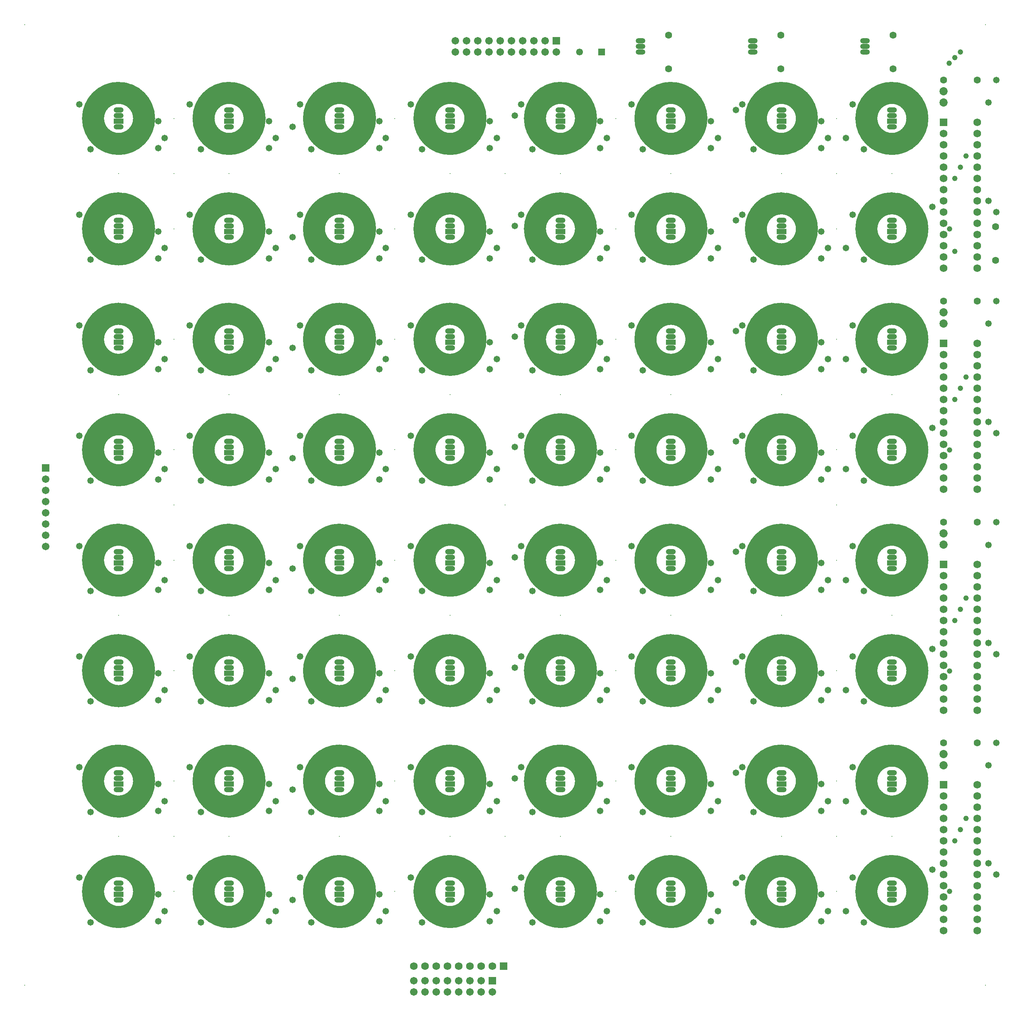
<source format=gbs>
%FSAX24Y24*%
%MOIN*%
G70*
G01*
G75*
G04 Layer_Color=16711935*
%ADD10R,0.2000X0.0700*%
G04:AMPARAMS|DCode=11|XSize=200mil|YSize=70mil|CornerRadius=17.5mil|HoleSize=0mil|Usage=FLASHONLY|Rotation=0.000|XOffset=0mil|YOffset=0mil|HoleType=Round|Shape=RoundedRectangle|*
%AMROUNDEDRECTD11*
21,1,0.2000,0.0350,0,0,0.0*
21,1,0.1650,0.0700,0,0,0.0*
1,1,0.0350,0.0825,-0.0175*
1,1,0.0350,-0.0825,-0.0175*
1,1,0.0350,-0.0825,0.0175*
1,1,0.0350,0.0825,0.0175*
%
%ADD11ROUNDEDRECTD11*%
%ADD12C,0.0500*%
%ADD13C,0.0300*%
%ADD14C,0.0200*%
%ADD15C,0.0650*%
%ADD16C,0.0551*%
%ADD17C,0.0600*%
%ADD18R,0.0600X0.0600*%
%ADD19C,0.0591*%
%ADD20R,0.0591X0.0591*%
%ADD21R,0.0600X0.0600*%
%ADD22O,0.0787X0.0394*%
%ADD23O,0.0787X0.0394*%
%ADD24R,0.0591X0.0591*%
%ADD25C,0.0500*%
%ADD26O,0.0800X0.0400*%
%ADD27R,0.0800X0.0400*%
%ADD28R,0.0532X0.0532*%
%ADD29C,0.0532*%
%ADD30C,0.0400*%
%ADD31R,0.0098X0.0098*%
%ADD32C,0.0100*%
%ADD33C,0.0079*%
%ADD34C,0.0118*%
%ADD35C,0.0197*%
%ADD36C,0.0080*%
%ADD37C,0.0059*%
%ADD38R,0.2080X0.0780*%
G04:AMPARAMS|DCode=39|XSize=208mil|YSize=78mil|CornerRadius=19.5mil|HoleSize=0mil|Usage=FLASHONLY|Rotation=0.000|XOffset=0mil|YOffset=0mil|HoleType=Round|Shape=RoundedRectangle|*
%AMROUNDEDRECTD39*
21,1,0.2080,0.0390,0,0,0.0*
21,1,0.1690,0.0780,0,0,0.0*
1,1,0.0390,0.0845,-0.0195*
1,1,0.0390,-0.0845,-0.0195*
1,1,0.0390,-0.0845,0.0195*
1,1,0.0390,0.0845,0.0195*
%
%ADD39ROUNDEDRECTD39*%
%ADD40C,0.0730*%
%ADD41C,0.0631*%
%ADD42C,0.0680*%
%ADD43R,0.0680X0.0680*%
%ADD44C,0.0671*%
%ADD45R,0.0671X0.0671*%
%ADD46R,0.0680X0.0680*%
%ADD47O,0.0867X0.0474*%
%ADD48O,0.0867X0.0474*%
%ADD49R,0.0671X0.0671*%
%ADD50C,0.0080*%
%ADD51C,0.0580*%
%ADD52O,0.0880X0.0480*%
%ADD53R,0.0880X0.0480*%
%ADD54R,0.0612X0.0612*%
%ADD55C,0.0612*%
%ADD56C,0.0480*%
%ADD57C,0.1950*%
D31*
X024950Y037250D02*
D03*
X034793D02*
D03*
X044635D02*
D03*
X054478D02*
D03*
X064320D02*
D03*
X074163D02*
D03*
X084005D02*
D03*
X093848D02*
D03*
X024950Y047093D02*
D03*
X034793D02*
D03*
X044635D02*
D03*
X054478D02*
D03*
X064320D02*
D03*
X074163D02*
D03*
X084005D02*
D03*
X093848D02*
D03*
X024950Y056935D02*
D03*
X034793D02*
D03*
X044635D02*
D03*
X054478D02*
D03*
X064320D02*
D03*
X074163D02*
D03*
X084005D02*
D03*
X093848D02*
D03*
X024950Y066778D02*
D03*
X034793D02*
D03*
X044635D02*
D03*
X054478D02*
D03*
X064320D02*
D03*
X074163D02*
D03*
X084005D02*
D03*
X093848D02*
D03*
X024950Y076620D02*
D03*
X034793D02*
D03*
X044635D02*
D03*
X054478D02*
D03*
X064320D02*
D03*
X074163D02*
D03*
X084005D02*
D03*
X093848D02*
D03*
X024950Y086463D02*
D03*
X034793D02*
D03*
X044635D02*
D03*
X054478D02*
D03*
X064320D02*
D03*
X074163D02*
D03*
X084005D02*
D03*
X093848D02*
D03*
X024950Y096305D02*
D03*
X034793D02*
D03*
X044635D02*
D03*
X054478D02*
D03*
X064320D02*
D03*
X074163D02*
D03*
X084005D02*
D03*
X093848D02*
D03*
X024950Y106148D02*
D03*
X034793D02*
D03*
X044635D02*
D03*
X054478D02*
D03*
X064320D02*
D03*
X074163D02*
D03*
X084005D02*
D03*
X093848D02*
D03*
D40*
X101500Y048500D02*
D03*
Y049500D02*
D03*
Y068150D02*
D03*
Y069150D02*
D03*
Y087850D02*
D03*
Y088850D02*
D03*
Y107550D02*
D03*
Y108550D02*
D03*
D41*
X106150Y096500D02*
D03*
Y093500D02*
D03*
X104500Y109550D02*
D03*
X101500D02*
D03*
X104500Y089850D02*
D03*
X101500D02*
D03*
X104500Y070150D02*
D03*
X101500D02*
D03*
X104500Y050500D02*
D03*
X101500D02*
D03*
X097000Y113550D02*
D03*
Y110550D02*
D03*
X087000Y113550D02*
D03*
Y110550D02*
D03*
X077000Y113550D02*
D03*
Y110550D02*
D03*
D42*
X054300Y030600D02*
D03*
X055300D02*
D03*
X056300D02*
D03*
X057300D02*
D03*
X058300D02*
D03*
X059300D02*
D03*
X060300D02*
D03*
X061300D02*
D03*
X101500Y104800D02*
D03*
Y103800D02*
D03*
Y102800D02*
D03*
Y101800D02*
D03*
Y100800D02*
D03*
Y099800D02*
D03*
Y098800D02*
D03*
Y097800D02*
D03*
Y096800D02*
D03*
Y095800D02*
D03*
Y094800D02*
D03*
Y093800D02*
D03*
Y092800D02*
D03*
X104500Y105800D02*
D03*
Y104800D02*
D03*
Y103800D02*
D03*
Y102800D02*
D03*
Y101800D02*
D03*
Y100800D02*
D03*
Y099800D02*
D03*
Y098800D02*
D03*
Y097800D02*
D03*
Y096800D02*
D03*
Y095800D02*
D03*
Y094800D02*
D03*
Y093800D02*
D03*
Y092800D02*
D03*
X101500Y085100D02*
D03*
Y084100D02*
D03*
Y083100D02*
D03*
Y082100D02*
D03*
Y081100D02*
D03*
Y080100D02*
D03*
Y079100D02*
D03*
Y078100D02*
D03*
Y077100D02*
D03*
Y076100D02*
D03*
Y075100D02*
D03*
Y074100D02*
D03*
Y073100D02*
D03*
X104500Y086100D02*
D03*
Y085100D02*
D03*
Y084100D02*
D03*
Y083100D02*
D03*
Y082100D02*
D03*
Y081100D02*
D03*
Y080100D02*
D03*
Y079100D02*
D03*
Y078100D02*
D03*
Y077100D02*
D03*
Y076100D02*
D03*
Y075100D02*
D03*
Y074100D02*
D03*
Y073100D02*
D03*
X101500Y065400D02*
D03*
Y064400D02*
D03*
Y063400D02*
D03*
Y062400D02*
D03*
Y061400D02*
D03*
Y060400D02*
D03*
Y059400D02*
D03*
Y058400D02*
D03*
Y057400D02*
D03*
Y056400D02*
D03*
Y055400D02*
D03*
Y054400D02*
D03*
Y053400D02*
D03*
X104500Y066400D02*
D03*
Y065400D02*
D03*
Y064400D02*
D03*
Y063400D02*
D03*
Y062400D02*
D03*
Y061400D02*
D03*
Y060400D02*
D03*
Y059400D02*
D03*
Y058400D02*
D03*
Y057400D02*
D03*
Y056400D02*
D03*
Y055400D02*
D03*
Y054400D02*
D03*
Y053400D02*
D03*
X101500Y045750D02*
D03*
Y044750D02*
D03*
Y043750D02*
D03*
Y042750D02*
D03*
Y041750D02*
D03*
Y040750D02*
D03*
Y039750D02*
D03*
Y038750D02*
D03*
Y037750D02*
D03*
Y036750D02*
D03*
Y035750D02*
D03*
Y034750D02*
D03*
Y033750D02*
D03*
X104500Y046750D02*
D03*
Y045750D02*
D03*
Y044750D02*
D03*
Y043750D02*
D03*
Y042750D02*
D03*
Y041750D02*
D03*
Y040750D02*
D03*
Y039750D02*
D03*
Y038750D02*
D03*
Y037750D02*
D03*
Y036750D02*
D03*
Y035750D02*
D03*
Y034750D02*
D03*
Y033750D02*
D03*
D43*
X062300Y030600D02*
D03*
D44*
X021500Y068000D02*
D03*
Y069000D02*
D03*
Y070000D02*
D03*
Y071000D02*
D03*
Y072000D02*
D03*
Y073000D02*
D03*
Y074000D02*
D03*
X066000Y113050D02*
D03*
X065000D02*
D03*
X064000D02*
D03*
X063000D02*
D03*
X062000D02*
D03*
X061000D02*
D03*
X060000D02*
D03*
X059000D02*
D03*
X058000D02*
D03*
X067000Y112050D02*
D03*
X066000D02*
D03*
X065000D02*
D03*
X064000D02*
D03*
X063000D02*
D03*
X062000D02*
D03*
X061000D02*
D03*
X060000D02*
D03*
X059000D02*
D03*
X058000D02*
D03*
X060300Y029300D02*
D03*
X059300D02*
D03*
X058300D02*
D03*
X057300D02*
D03*
X056300D02*
D03*
X055300D02*
D03*
X054300D02*
D03*
X061300Y028300D02*
D03*
X060300D02*
D03*
X059300D02*
D03*
X058300D02*
D03*
X057300D02*
D03*
X056300D02*
D03*
X055300D02*
D03*
X054300D02*
D03*
D45*
X021500Y075000D02*
D03*
D46*
X101500Y105800D02*
D03*
Y086100D02*
D03*
Y066400D02*
D03*
Y046750D02*
D03*
D47*
X094500Y113050D02*
D03*
Y112050D02*
D03*
X084500Y113050D02*
D03*
Y112050D02*
D03*
X074500Y113050D02*
D03*
Y112050D02*
D03*
D48*
X094500Y112550D02*
D03*
X084500D02*
D03*
X074500D02*
D03*
D49*
X067000Y113050D02*
D03*
X061300Y029300D02*
D03*
D50*
X032921Y037250D02*
D03*
X091976D02*
D03*
X072291D02*
D03*
X052606D02*
D03*
X091976Y047093D02*
D03*
X072291D02*
D03*
X052606D02*
D03*
X032921D02*
D03*
X091976Y056935D02*
D03*
X072291D02*
D03*
X052606D02*
D03*
X032921D02*
D03*
X091976Y066778D02*
D03*
X072291D02*
D03*
X052606D02*
D03*
X032921D02*
D03*
X091976Y076620D02*
D03*
X072291D02*
D03*
X052606D02*
D03*
X032921D02*
D03*
X091976Y086463D02*
D03*
X072291D02*
D03*
X052606D02*
D03*
X032921D02*
D03*
X091976Y096305D02*
D03*
X072291D02*
D03*
X052606D02*
D03*
X032921D02*
D03*
X091976Y106148D02*
D03*
X072291D02*
D03*
X052606D02*
D03*
X032921D02*
D03*
X096898Y042171D02*
D03*
X077213D02*
D03*
X057528D02*
D03*
X037843D02*
D03*
X047685Y042170D02*
D03*
X067370D02*
D03*
X087055D02*
D03*
X096898Y061856D02*
D03*
X077213D02*
D03*
X057528D02*
D03*
X047685D02*
D03*
X037843D02*
D03*
X028000D02*
D03*
X067370Y061855D02*
D03*
X087055D02*
D03*
X096898Y081541D02*
D03*
X077213D02*
D03*
X057528D02*
D03*
X047685D02*
D03*
X037843D02*
D03*
X028000D02*
D03*
X067370Y081540D02*
D03*
X087055D02*
D03*
X096898Y101226D02*
D03*
X077213D02*
D03*
X057528D02*
D03*
X047685D02*
D03*
X037843D02*
D03*
X028000D02*
D03*
X067370Y101225D02*
D03*
X087055D02*
D03*
X028000Y042171D02*
D03*
X032921D02*
D03*
X091976D02*
D03*
X062449D02*
D03*
X091976Y071699D02*
D03*
X062449D02*
D03*
X032921D02*
D03*
X091976Y101226D02*
D03*
X062449D02*
D03*
X032921D02*
D03*
X019649Y028899D02*
D03*
X105249D02*
D03*
Y114499D02*
D03*
X019649D02*
D03*
D51*
X025500Y034500D02*
D03*
X035343D02*
D03*
X045185D02*
D03*
X055028D02*
D03*
X064870D02*
D03*
X074713D02*
D03*
X084555D02*
D03*
X094398D02*
D03*
X025500Y044343D02*
D03*
X035343D02*
D03*
X045185D02*
D03*
X055028D02*
D03*
X064870D02*
D03*
X074713D02*
D03*
X084555D02*
D03*
X094398D02*
D03*
X025500Y054185D02*
D03*
X035343D02*
D03*
X045185D02*
D03*
X055028D02*
D03*
X064870D02*
D03*
X074713D02*
D03*
X084555D02*
D03*
X094398D02*
D03*
X025500Y064028D02*
D03*
X035343D02*
D03*
X045185D02*
D03*
X055028D02*
D03*
X064870D02*
D03*
X074713D02*
D03*
X084555D02*
D03*
X094398D02*
D03*
X025500Y073870D02*
D03*
X035343D02*
D03*
X045185D02*
D03*
X055028D02*
D03*
X064870D02*
D03*
X074713D02*
D03*
X084555D02*
D03*
X094398D02*
D03*
X025500Y083713D02*
D03*
X035343D02*
D03*
X045185D02*
D03*
X055028D02*
D03*
X064870D02*
D03*
X074713D02*
D03*
X084555D02*
D03*
X094398D02*
D03*
X025500Y093555D02*
D03*
X035343D02*
D03*
X045185D02*
D03*
X055028D02*
D03*
X064870D02*
D03*
X074713D02*
D03*
X084555D02*
D03*
X094398D02*
D03*
X025500Y103398D02*
D03*
X035343D02*
D03*
X045185D02*
D03*
X055028D02*
D03*
X064870D02*
D03*
X074713D02*
D03*
X084555D02*
D03*
X094398D02*
D03*
X061072Y037000D02*
D03*
X100500Y058850D02*
D03*
Y039200D02*
D03*
Y078550D02*
D03*
Y098250D02*
D03*
X106200Y050500D02*
D03*
Y038750D02*
D03*
X105500Y059400D02*
D03*
X106200Y070150D02*
D03*
Y058400D02*
D03*
Y089850D02*
D03*
Y078100D02*
D03*
Y097800D02*
D03*
Y109550D02*
D03*
X105500Y039750D02*
D03*
Y048500D02*
D03*
Y068140D02*
D03*
Y079100D02*
D03*
Y087850D02*
D03*
Y107550D02*
D03*
Y098800D02*
D03*
X083000Y038000D02*
D03*
Y047843D02*
D03*
Y057685D02*
D03*
Y067528D02*
D03*
Y077370D02*
D03*
Y087213D02*
D03*
Y097055D02*
D03*
Y106898D02*
D03*
X063309Y037500D02*
D03*
Y047343D02*
D03*
Y057185D02*
D03*
Y067028D02*
D03*
Y076870D02*
D03*
Y086713D02*
D03*
Y096555D02*
D03*
Y106398D02*
D03*
X043500Y105398D02*
D03*
Y095555D02*
D03*
Y085713D02*
D03*
Y075870D02*
D03*
Y066028D02*
D03*
Y056185D02*
D03*
Y046343D02*
D03*
Y036500D02*
D03*
X092800Y035500D02*
D03*
Y045300D02*
D03*
Y055200D02*
D03*
Y065000D02*
D03*
Y074900D02*
D03*
Y084700D02*
D03*
Y094600D02*
D03*
Y104400D02*
D03*
X071500Y094600D02*
D03*
Y084700D02*
D03*
Y065000D02*
D03*
Y055200D02*
D03*
Y104400D02*
D03*
Y074900D02*
D03*
Y045300D02*
D03*
Y035500D02*
D03*
X042000D02*
D03*
X051796D02*
D03*
Y055200D02*
D03*
X091200Y035500D02*
D03*
Y104400D02*
D03*
Y094600D02*
D03*
Y084700D02*
D03*
Y074900D02*
D03*
Y065000D02*
D03*
Y055200D02*
D03*
Y045300D02*
D03*
X081400Y035500D02*
D03*
Y104400D02*
D03*
Y094600D02*
D03*
Y084700D02*
D03*
Y074900D02*
D03*
Y065000D02*
D03*
Y055200D02*
D03*
Y045300D02*
D03*
X061700Y035500D02*
D03*
Y104400D02*
D03*
Y094600D02*
D03*
Y084700D02*
D03*
Y074900D02*
D03*
Y065000D02*
D03*
Y055200D02*
D03*
Y045300D02*
D03*
X051800Y104400D02*
D03*
Y094600D02*
D03*
Y084700D02*
D03*
Y074900D02*
D03*
Y065000D02*
D03*
Y045300D02*
D03*
X042000Y104400D02*
D03*
Y094600D02*
D03*
Y084700D02*
D03*
Y074900D02*
D03*
Y065000D02*
D03*
Y055200D02*
D03*
Y045300D02*
D03*
X032100D02*
D03*
Y055200D02*
D03*
Y065000D02*
D03*
Y074900D02*
D03*
Y084700D02*
D03*
Y094600D02*
D03*
Y104400D02*
D03*
Y035500D02*
D03*
X024500Y038500D02*
D03*
X034343D02*
D03*
X044185D02*
D03*
X054028D02*
D03*
X063870D02*
D03*
X073713D02*
D03*
X083555D02*
D03*
X093398D02*
D03*
X024500Y048343D02*
D03*
X034343D02*
D03*
X044185D02*
D03*
X054028D02*
D03*
X063870D02*
D03*
X073713D02*
D03*
X083555D02*
D03*
X093398D02*
D03*
X024500Y058185D02*
D03*
X034343D02*
D03*
X044185D02*
D03*
X054028D02*
D03*
X063870D02*
D03*
X073713D02*
D03*
X083555D02*
D03*
X093398D02*
D03*
X024500Y068028D02*
D03*
X034343D02*
D03*
X044185D02*
D03*
X054028D02*
D03*
X063870D02*
D03*
X073713D02*
D03*
X083555D02*
D03*
X093398D02*
D03*
X024500Y077870D02*
D03*
X034343D02*
D03*
X044185D02*
D03*
X054028D02*
D03*
X063870D02*
D03*
X073713D02*
D03*
X083555D02*
D03*
X093398D02*
D03*
X024500Y087713D02*
D03*
X034343D02*
D03*
X044185D02*
D03*
X054028D02*
D03*
X063870D02*
D03*
X073713D02*
D03*
X083555D02*
D03*
X093398D02*
D03*
X024500Y097555D02*
D03*
X034343D02*
D03*
X044185D02*
D03*
X054028D02*
D03*
X063870D02*
D03*
X073713D02*
D03*
X083555D02*
D03*
X093398D02*
D03*
X024500Y107398D02*
D03*
X034343D02*
D03*
X044185D02*
D03*
X054028D02*
D03*
X063870D02*
D03*
X073713D02*
D03*
X083555D02*
D03*
X093398D02*
D03*
X090600Y105898D02*
D03*
Y103500D02*
D03*
X080757D02*
D03*
Y105898D02*
D03*
X070915Y103500D02*
D03*
Y105898D02*
D03*
X061072Y103500D02*
D03*
Y105898D02*
D03*
X051230Y103500D02*
D03*
Y105898D02*
D03*
X041387Y103500D02*
D03*
Y105898D02*
D03*
X031545Y103500D02*
D03*
Y105898D02*
D03*
Y093658D02*
D03*
Y096055D02*
D03*
X041387Y093658D02*
D03*
Y096055D02*
D03*
X051230Y093658D02*
D03*
Y096055D02*
D03*
X061072Y093658D02*
D03*
Y096055D02*
D03*
X070915Y093658D02*
D03*
Y096055D02*
D03*
X080757Y093658D02*
D03*
Y096055D02*
D03*
X090600Y093658D02*
D03*
Y096055D02*
D03*
Y083815D02*
D03*
Y086213D02*
D03*
X080757Y083815D02*
D03*
Y086213D02*
D03*
X070915Y083815D02*
D03*
Y086213D02*
D03*
X061072Y083815D02*
D03*
Y086213D02*
D03*
X051230Y083815D02*
D03*
Y086213D02*
D03*
X041387Y083815D02*
D03*
Y086213D02*
D03*
X031545Y083815D02*
D03*
Y086213D02*
D03*
Y073972D02*
D03*
Y076370D02*
D03*
X041387Y073972D02*
D03*
Y076370D02*
D03*
X051230Y073972D02*
D03*
Y076370D02*
D03*
X061072Y073972D02*
D03*
Y076370D02*
D03*
X070915Y073972D02*
D03*
Y076370D02*
D03*
X080757Y073972D02*
D03*
Y076370D02*
D03*
X090600Y073972D02*
D03*
Y076370D02*
D03*
Y064130D02*
D03*
Y066528D02*
D03*
X080757Y064130D02*
D03*
Y066528D02*
D03*
X070915Y064130D02*
D03*
Y066528D02*
D03*
X061072Y064130D02*
D03*
Y066528D02*
D03*
X051230Y064130D02*
D03*
Y066528D02*
D03*
X041387Y064130D02*
D03*
Y066528D02*
D03*
X031545Y064130D02*
D03*
Y066528D02*
D03*
Y054287D02*
D03*
Y056685D02*
D03*
X041387Y054287D02*
D03*
Y056685D02*
D03*
X051230Y054287D02*
D03*
Y056685D02*
D03*
X061072Y054287D02*
D03*
Y056685D02*
D03*
X070915Y054287D02*
D03*
Y056685D02*
D03*
X080757Y054287D02*
D03*
Y056685D02*
D03*
X090600Y054287D02*
D03*
Y056685D02*
D03*
Y044445D02*
D03*
Y046843D02*
D03*
X080757Y044445D02*
D03*
Y046843D02*
D03*
X070915Y044445D02*
D03*
Y046843D02*
D03*
X061072D02*
D03*
Y044445D02*
D03*
X051230Y046843D02*
D03*
Y044445D02*
D03*
X041387Y046843D02*
D03*
Y044445D02*
D03*
X031545Y046843D02*
D03*
Y044445D02*
D03*
Y037000D02*
D03*
Y034602D02*
D03*
X041387Y037000D02*
D03*
Y034602D02*
D03*
X051230D02*
D03*
X061072D02*
D03*
X070915Y037000D02*
D03*
Y034602D02*
D03*
X080757Y037000D02*
D03*
Y034602D02*
D03*
X090600Y037000D02*
D03*
Y034602D02*
D03*
X051230Y037000D02*
D03*
D52*
X028000Y036500D02*
D03*
Y037500D02*
D03*
Y038000D02*
D03*
X037843D02*
D03*
Y037500D02*
D03*
Y036500D02*
D03*
X047685D02*
D03*
Y037500D02*
D03*
Y038000D02*
D03*
X057528D02*
D03*
Y037500D02*
D03*
Y036500D02*
D03*
X067370D02*
D03*
Y037500D02*
D03*
Y038000D02*
D03*
X077213D02*
D03*
Y037500D02*
D03*
Y036500D02*
D03*
X087055D02*
D03*
Y037500D02*
D03*
Y038000D02*
D03*
X096898D02*
D03*
Y037500D02*
D03*
Y036500D02*
D03*
X028000Y046343D02*
D03*
Y047343D02*
D03*
Y047843D02*
D03*
X037843D02*
D03*
Y047343D02*
D03*
Y046343D02*
D03*
X047685D02*
D03*
Y047343D02*
D03*
Y047843D02*
D03*
X057528D02*
D03*
Y047343D02*
D03*
Y046343D02*
D03*
X067370D02*
D03*
Y047343D02*
D03*
Y047843D02*
D03*
X077213D02*
D03*
Y047343D02*
D03*
Y046343D02*
D03*
X087055D02*
D03*
Y047343D02*
D03*
Y047843D02*
D03*
X096898D02*
D03*
Y047343D02*
D03*
Y046343D02*
D03*
X028000Y056185D02*
D03*
Y057185D02*
D03*
Y057685D02*
D03*
X037843D02*
D03*
Y057185D02*
D03*
Y056185D02*
D03*
X047685D02*
D03*
Y057185D02*
D03*
Y057685D02*
D03*
X057528D02*
D03*
Y057185D02*
D03*
Y056185D02*
D03*
X067370D02*
D03*
Y057185D02*
D03*
Y057685D02*
D03*
X077213D02*
D03*
Y057185D02*
D03*
Y056185D02*
D03*
X087055D02*
D03*
Y057185D02*
D03*
Y057685D02*
D03*
X096898D02*
D03*
Y057185D02*
D03*
Y056185D02*
D03*
X028000Y066028D02*
D03*
Y067028D02*
D03*
Y067528D02*
D03*
X037843D02*
D03*
Y067028D02*
D03*
Y066028D02*
D03*
X047685D02*
D03*
Y067028D02*
D03*
Y067528D02*
D03*
X057528D02*
D03*
Y067028D02*
D03*
Y066028D02*
D03*
X067370D02*
D03*
Y067028D02*
D03*
Y067528D02*
D03*
X077213D02*
D03*
Y067028D02*
D03*
Y066028D02*
D03*
X087055D02*
D03*
Y067028D02*
D03*
Y067528D02*
D03*
X096898D02*
D03*
Y067028D02*
D03*
Y066028D02*
D03*
X028000Y075870D02*
D03*
Y076870D02*
D03*
Y077370D02*
D03*
X037843D02*
D03*
Y076870D02*
D03*
Y075870D02*
D03*
X047685D02*
D03*
Y076870D02*
D03*
Y077370D02*
D03*
X057528D02*
D03*
Y076870D02*
D03*
Y075870D02*
D03*
X067370D02*
D03*
Y076870D02*
D03*
Y077370D02*
D03*
X077213D02*
D03*
Y076870D02*
D03*
Y075870D02*
D03*
X087055D02*
D03*
Y076870D02*
D03*
Y077370D02*
D03*
X096898D02*
D03*
Y076870D02*
D03*
Y075870D02*
D03*
X028000Y085713D02*
D03*
Y086713D02*
D03*
Y087213D02*
D03*
X037843D02*
D03*
Y086713D02*
D03*
Y085713D02*
D03*
X047685D02*
D03*
Y086713D02*
D03*
Y087213D02*
D03*
X057528D02*
D03*
Y086713D02*
D03*
Y085713D02*
D03*
X067370D02*
D03*
Y086713D02*
D03*
Y087213D02*
D03*
X077213D02*
D03*
Y086713D02*
D03*
Y085713D02*
D03*
X087055D02*
D03*
Y086713D02*
D03*
Y087213D02*
D03*
X096898D02*
D03*
Y086713D02*
D03*
Y085713D02*
D03*
X028000Y095555D02*
D03*
Y096555D02*
D03*
Y097055D02*
D03*
X037843D02*
D03*
Y096555D02*
D03*
Y095555D02*
D03*
X047685D02*
D03*
Y096555D02*
D03*
Y097055D02*
D03*
X057528D02*
D03*
Y096555D02*
D03*
Y095555D02*
D03*
X067370D02*
D03*
Y096555D02*
D03*
Y097055D02*
D03*
X077213D02*
D03*
Y096555D02*
D03*
Y095555D02*
D03*
X087055D02*
D03*
Y096555D02*
D03*
Y097055D02*
D03*
X096898D02*
D03*
Y096555D02*
D03*
Y095555D02*
D03*
X028000Y105398D02*
D03*
Y106398D02*
D03*
Y106898D02*
D03*
X037843D02*
D03*
Y106398D02*
D03*
Y105398D02*
D03*
X047685D02*
D03*
Y106398D02*
D03*
Y106898D02*
D03*
X057528D02*
D03*
Y106398D02*
D03*
Y105398D02*
D03*
X067370D02*
D03*
Y106398D02*
D03*
Y106898D02*
D03*
X077213D02*
D03*
Y106398D02*
D03*
Y105398D02*
D03*
X087055D02*
D03*
Y106398D02*
D03*
Y106898D02*
D03*
X096898D02*
D03*
Y106398D02*
D03*
Y105398D02*
D03*
D53*
X028000Y037000D02*
D03*
X037843D02*
D03*
X047685D02*
D03*
X057528D02*
D03*
X067370D02*
D03*
X077213D02*
D03*
X087055D02*
D03*
X096898D02*
D03*
X028000Y046843D02*
D03*
X037843D02*
D03*
X047685D02*
D03*
X057528D02*
D03*
X067370D02*
D03*
X077213D02*
D03*
X087055D02*
D03*
X096898D02*
D03*
X028000Y056685D02*
D03*
X037843D02*
D03*
X047685D02*
D03*
X057528D02*
D03*
X067370D02*
D03*
X077213D02*
D03*
X087055D02*
D03*
X096898D02*
D03*
X028000Y066528D02*
D03*
X037843D02*
D03*
X047685D02*
D03*
X057528D02*
D03*
X067370D02*
D03*
X077213D02*
D03*
X087055D02*
D03*
X096898D02*
D03*
X028000Y076370D02*
D03*
X037843D02*
D03*
X047685D02*
D03*
X057528D02*
D03*
X067370D02*
D03*
X077213D02*
D03*
X087055D02*
D03*
X096898D02*
D03*
X028000Y086213D02*
D03*
X037843D02*
D03*
X047685D02*
D03*
X057528D02*
D03*
X067370D02*
D03*
X077213D02*
D03*
X087055D02*
D03*
X096898D02*
D03*
X028000Y096055D02*
D03*
X037843D02*
D03*
X047685D02*
D03*
X057528D02*
D03*
X067370D02*
D03*
X077213D02*
D03*
X087055D02*
D03*
X096898D02*
D03*
X028000Y105898D02*
D03*
X037843D02*
D03*
X047685D02*
D03*
X057528D02*
D03*
X067370D02*
D03*
X077213D02*
D03*
X087055D02*
D03*
X096898D02*
D03*
D54*
X071034Y112050D02*
D03*
D55*
X069066Y112050D02*
D03*
D56*
X102500Y094300D02*
D03*
X103500Y043750D02*
D03*
X102025Y037250D02*
D03*
X103000Y042750D02*
D03*
X102500Y041750D02*
D03*
X103500Y063400D02*
D03*
X102025Y056900D02*
D03*
X103000Y062400D02*
D03*
X102500Y061400D02*
D03*
X103500Y083100D02*
D03*
X102025Y076600D02*
D03*
X103000Y082100D02*
D03*
X102500Y081100D02*
D03*
X103500Y102800D02*
D03*
X102025Y096300D02*
D03*
X103000Y101800D02*
D03*
X102500Y100800D02*
D03*
X102000Y111050D02*
D03*
X102500Y111550D02*
D03*
X103000Y112050D02*
D03*
D57*
X030275Y037250D02*
G03*
X030275Y037250I-002275J000000D01*
G01*
X040118D02*
G03*
X040118Y037250I-002275J000000D01*
G01*
X049960D02*
G03*
X049960Y037250I-002275J000000D01*
G01*
X059803D02*
G03*
X059803Y037250I-002275J000000D01*
G01*
X069645D02*
G03*
X069645Y037250I-002275J000000D01*
G01*
X079488D02*
G03*
X079488Y037250I-002275J000000D01*
G01*
X089330D02*
G03*
X089330Y037250I-002275J000000D01*
G01*
X099173D02*
G03*
X099173Y037250I-002275J000000D01*
G01*
X030275Y047093D02*
G03*
X030275Y047093I-002275J000000D01*
G01*
X040118D02*
G03*
X040118Y047093I-002275J000000D01*
G01*
X049960D02*
G03*
X049960Y047093I-002275J000000D01*
G01*
X059803D02*
G03*
X059803Y047093I-002275J000000D01*
G01*
X069645D02*
G03*
X069645Y047093I-002275J000000D01*
G01*
X079488D02*
G03*
X079488Y047093I-002275J000000D01*
G01*
X089330D02*
G03*
X089330Y047093I-002275J000000D01*
G01*
X099173D02*
G03*
X099173Y047093I-002275J000000D01*
G01*
X030275Y056935D02*
G03*
X030275Y056935I-002275J000000D01*
G01*
X040118D02*
G03*
X040118Y056935I-002275J000000D01*
G01*
X049960D02*
G03*
X049960Y056935I-002275J000000D01*
G01*
X059803D02*
G03*
X059803Y056935I-002275J000000D01*
G01*
X069645D02*
G03*
X069645Y056935I-002275J000000D01*
G01*
X079488D02*
G03*
X079488Y056935I-002275J000000D01*
G01*
X089330D02*
G03*
X089330Y056935I-002275J000000D01*
G01*
X099173D02*
G03*
X099173Y056935I-002275J000000D01*
G01*
X030275Y066778D02*
G03*
X030275Y066778I-002275J000000D01*
G01*
X040118D02*
G03*
X040118Y066778I-002275J000000D01*
G01*
X049960D02*
G03*
X049960Y066778I-002275J000000D01*
G01*
X059803D02*
G03*
X059803Y066778I-002275J000000D01*
G01*
X069645D02*
G03*
X069645Y066778I-002275J000000D01*
G01*
X079488D02*
G03*
X079488Y066778I-002275J000000D01*
G01*
X089330D02*
G03*
X089330Y066778I-002275J000000D01*
G01*
X099173D02*
G03*
X099173Y066778I-002275J000000D01*
G01*
X030275Y076620D02*
G03*
X030275Y076620I-002275J000000D01*
G01*
X040118D02*
G03*
X040118Y076620I-002275J000000D01*
G01*
X049960D02*
G03*
X049960Y076620I-002275J000000D01*
G01*
X059803D02*
G03*
X059803Y076620I-002275J000000D01*
G01*
X069645D02*
G03*
X069645Y076620I-002275J000000D01*
G01*
X079488D02*
G03*
X079488Y076620I-002275J000000D01*
G01*
X089330D02*
G03*
X089330Y076620I-002275J000000D01*
G01*
X099173D02*
G03*
X099173Y076620I-002275J000000D01*
G01*
X030275Y086463D02*
G03*
X030275Y086463I-002275J000000D01*
G01*
X040118D02*
G03*
X040118Y086463I-002275J000000D01*
G01*
X049960D02*
G03*
X049960Y086463I-002275J000000D01*
G01*
X059803D02*
G03*
X059803Y086463I-002275J000000D01*
G01*
X069645D02*
G03*
X069645Y086463I-002275J000000D01*
G01*
X079488D02*
G03*
X079488Y086463I-002275J000000D01*
G01*
X089330D02*
G03*
X089330Y086463I-002275J000000D01*
G01*
X099173D02*
G03*
X099173Y086463I-002275J000000D01*
G01*
X030275Y096305D02*
G03*
X030275Y096305I-002275J000000D01*
G01*
X040118D02*
G03*
X040118Y096305I-002275J000000D01*
G01*
X049960D02*
G03*
X049960Y096305I-002275J000000D01*
G01*
X059803D02*
G03*
X059803Y096305I-002275J000000D01*
G01*
X069645D02*
G03*
X069645Y096305I-002275J000000D01*
G01*
X079488D02*
G03*
X079488Y096305I-002275J000000D01*
G01*
X089330D02*
G03*
X089330Y096305I-002275J000000D01*
G01*
X099173D02*
G03*
X099173Y096305I-002275J000000D01*
G01*
X030275Y106148D02*
G03*
X030275Y106148I-002275J000000D01*
G01*
X040118D02*
G03*
X040118Y106148I-002275J000000D01*
G01*
X049960D02*
G03*
X049960Y106148I-002275J000000D01*
G01*
X059803D02*
G03*
X059803Y106148I-002275J000000D01*
G01*
X069645D02*
G03*
X069645Y106148I-002275J000000D01*
G01*
X079488D02*
G03*
X079488Y106148I-002275J000000D01*
G01*
X089330D02*
G03*
X089330Y106148I-002275J000000D01*
G01*
X099173D02*
G03*
X099173Y106148I-002275J000000D01*
G01*
M02*

</source>
